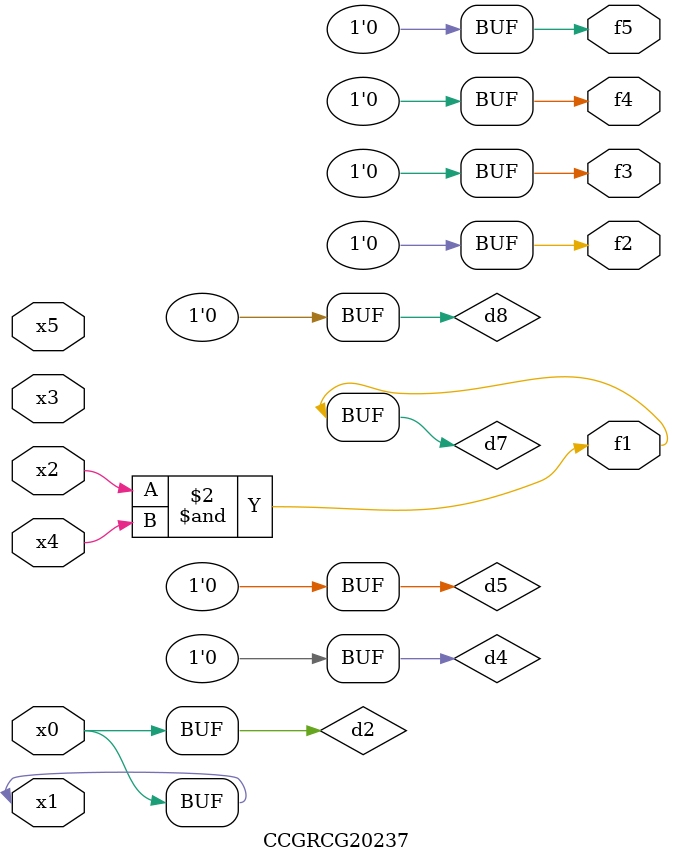
<source format=v>
module CCGRCG20237(
	input x0, x1, x2, x3, x4, x5,
	output f1, f2, f3, f4, f5
);

	wire d1, d2, d3, d4, d5, d6, d7, d8, d9;

	nand (d1, x1);
	buf (d2, x0, x1);
	nand (d3, x2, x4);
	and (d4, d1, d2);
	and (d5, d1, d2);
	nand (d6, d1, d3);
	not (d7, d3);
	xor (d8, d5);
	nor (d9, d5, d6);
	assign f1 = d7;
	assign f2 = d8;
	assign f3 = d8;
	assign f4 = d8;
	assign f5 = d8;
endmodule

</source>
